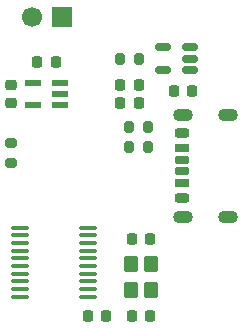
<source format=gbr>
%TF.GenerationSoftware,KiCad,Pcbnew,9.0.6*%
%TF.CreationDate,2025-11-17T13:54:39+01:00*%
%TF.ProjectId,CH32Console,43483332-436f-46e7-936f-6c652e6b6963,rev?*%
%TF.SameCoordinates,Original*%
%TF.FileFunction,Paste,Bot*%
%TF.FilePolarity,Positive*%
%FSLAX46Y46*%
G04 Gerber Fmt 4.6, Leading zero omitted, Abs format (unit mm)*
G04 Created by KiCad (PCBNEW 9.0.6) date 2025-11-17 13:54:39*
%MOMM*%
%LPD*%
G01*
G04 APERTURE LIST*
G04 Aperture macros list*
%AMRoundRect*
0 Rectangle with rounded corners*
0 $1 Rounding radius*
0 $2 $3 $4 $5 $6 $7 $8 $9 X,Y pos of 4 corners*
0 Add a 4 corners polygon primitive as box body*
4,1,4,$2,$3,$4,$5,$6,$7,$8,$9,$2,$3,0*
0 Add four circle primitives for the rounded corners*
1,1,$1+$1,$2,$3*
1,1,$1+$1,$4,$5*
1,1,$1+$1,$6,$7*
1,1,$1+$1,$8,$9*
0 Add four rect primitives between the rounded corners*
20,1,$1+$1,$2,$3,$4,$5,0*
20,1,$1+$1,$4,$5,$6,$7,0*
20,1,$1+$1,$6,$7,$8,$9,0*
20,1,$1+$1,$8,$9,$2,$3,0*%
G04 Aperture macros list end*
%ADD10RoundRect,0.150000X0.512500X0.150000X-0.512500X0.150000X-0.512500X-0.150000X0.512500X-0.150000X0*%
%ADD11R,1.320000X0.590000*%
%ADD12RoundRect,0.225000X-0.250000X0.225000X-0.250000X-0.225000X0.250000X-0.225000X0.250000X0.225000X0*%
%ADD13RoundRect,0.225000X-0.225000X-0.250000X0.225000X-0.250000X0.225000X0.250000X-0.225000X0.250000X0*%
%ADD14R,1.700000X1.700000*%
%ADD15C,1.700000*%
%ADD16RoundRect,0.225000X0.225000X0.250000X-0.225000X0.250000X-0.225000X-0.250000X0.225000X-0.250000X0*%
%ADD17RoundRect,0.100000X0.637500X0.100000X-0.637500X0.100000X-0.637500X-0.100000X0.637500X-0.100000X0*%
%ADD18RoundRect,0.200000X-0.200000X-0.275000X0.200000X-0.275000X0.200000X0.275000X-0.200000X0.275000X0*%
%ADD19RoundRect,0.250000X0.350000X-0.450000X0.350000X0.450000X-0.350000X0.450000X-0.350000X-0.450000X0*%
%ADD20RoundRect,0.200000X0.200000X0.275000X-0.200000X0.275000X-0.200000X-0.275000X0.200000X-0.275000X0*%
%ADD21RoundRect,0.175000X-0.425000X0.175000X-0.425000X-0.175000X0.425000X-0.175000X0.425000X0.175000X0*%
%ADD22RoundRect,0.190000X0.410000X-0.190000X0.410000X0.190000X-0.410000X0.190000X-0.410000X-0.190000X0*%
%ADD23RoundRect,0.200000X0.400000X-0.200000X0.400000X0.200000X-0.400000X0.200000X-0.400000X-0.200000X0*%
%ADD24RoundRect,0.175000X0.425000X-0.175000X0.425000X0.175000X-0.425000X0.175000X-0.425000X-0.175000X0*%
%ADD25RoundRect,0.190000X-0.410000X0.190000X-0.410000X-0.190000X0.410000X-0.190000X0.410000X0.190000X0*%
%ADD26RoundRect,0.200000X-0.400000X0.200000X-0.400000X-0.200000X0.400000X-0.200000X0.400000X0.200000X0*%
%ADD27O,1.700000X1.100000*%
%ADD28RoundRect,0.200000X-0.275000X0.200000X-0.275000X-0.200000X0.275000X-0.200000X0.275000X0.200000X0*%
G04 APERTURE END LIST*
D10*
%TO.C,U2*%
X180387500Y-69800000D03*
X180387500Y-70750000D03*
X180387500Y-71700000D03*
X178112500Y-71700000D03*
X178112500Y-69800000D03*
%TD*%
D11*
%TO.C,U3*%
X169395000Y-72800000D03*
X169395000Y-73750000D03*
X169395000Y-74700000D03*
X167105000Y-74700000D03*
X167105000Y-72800000D03*
%TD*%
D12*
%TO.C,C8*%
X165250000Y-72975000D03*
X165250000Y-74525000D03*
%TD*%
D13*
%TO.C,C1*%
X171725000Y-92500000D03*
X173275000Y-92500000D03*
%TD*%
D14*
%TO.C,+BAT-*%
X169500000Y-67250000D03*
D15*
X166960000Y-67250000D03*
%TD*%
D16*
%TO.C,C5*%
X177025000Y-86000000D03*
X175475000Y-86000000D03*
%TD*%
%TO.C,C7*%
X169000000Y-71000000D03*
X167450000Y-71000000D03*
%TD*%
D17*
%TO.C,U1*%
X171725000Y-85050000D03*
X171725000Y-85700000D03*
X171725000Y-86350000D03*
X171725000Y-87000000D03*
X171725000Y-87650000D03*
X171725000Y-88300000D03*
X171725000Y-88950000D03*
X171725000Y-89600000D03*
X171725000Y-90250000D03*
X171725000Y-90900000D03*
X166000000Y-90900000D03*
X166000000Y-90250000D03*
X166000000Y-89600000D03*
X166000000Y-88950000D03*
X166000000Y-88300000D03*
X166000000Y-87650000D03*
X166000000Y-87000000D03*
X166000000Y-86350000D03*
X166000000Y-85700000D03*
X166000000Y-85050000D03*
%TD*%
D16*
%TO.C,C6*%
X180525000Y-73500000D03*
X178975000Y-73500000D03*
%TD*%
D18*
%TO.C,R5*%
X174425000Y-70750000D03*
X176075000Y-70750000D03*
%TD*%
D19*
%TO.C,Y1*%
X175400000Y-90350000D03*
X175400000Y-88150000D03*
X177100000Y-88150000D03*
X177100000Y-90350000D03*
%TD*%
D16*
%TO.C,C2*%
X176025000Y-74500000D03*
X174475000Y-74500000D03*
%TD*%
%TO.C,C3*%
X176025000Y-73000000D03*
X174475000Y-73000000D03*
%TD*%
D13*
%TO.C,C4*%
X175475000Y-92500000D03*
X177025000Y-92500000D03*
%TD*%
D20*
%TO.C,R3*%
X176825000Y-76500000D03*
X175175000Y-76500000D03*
%TD*%
D21*
%TO.C,J1*%
X179670000Y-79300000D03*
D22*
X179670000Y-81320000D03*
D23*
X179670000Y-82550000D03*
D24*
X179670000Y-80300000D03*
D25*
X179670000Y-78280000D03*
D26*
X179670000Y-77050000D03*
D27*
X183550000Y-75480000D03*
X179750000Y-75480000D03*
X183550000Y-84120000D03*
X179750000Y-84120000D03*
%TD*%
D28*
%TO.C,R7*%
X165250000Y-77925000D03*
X165250000Y-79575000D03*
%TD*%
D20*
%TO.C,R2*%
X176825000Y-78250000D03*
X175175000Y-78250000D03*
%TD*%
M02*

</source>
